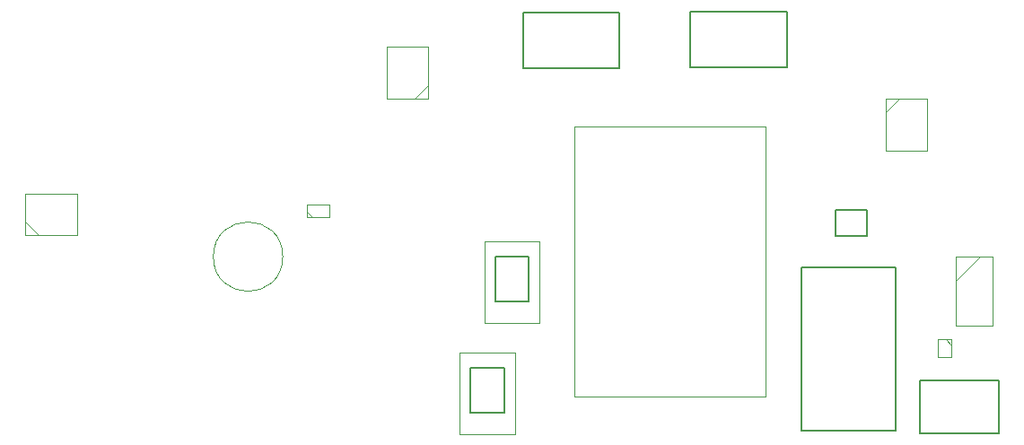
<source format=gbr>
%TF.GenerationSoftware,Altium Limited,Altium Designer,21.7.2 (23)*%
G04 Layer_Color=16711935*
%FSLAX25Y25*%
%MOIN*%
%TF.SameCoordinates,95A22525-32A0-4EEE-A0C0-36F8BD1EB9D1*%
%TF.FilePolarity,Positive*%
%TF.FileFunction,Other,Mechanical_13*%
%TF.Part,Single*%
G01*
G75*
%TA.AperFunction,NonConductor*%
%ADD68C,0.00787*%
%ADD69C,0.00394*%
D68*
X242028Y11516D02*
Y28051D01*
X254626D01*
Y11516D02*
Y28051D01*
X242028Y11516D02*
X254626D01*
X251181Y52854D02*
Y69390D01*
X263779D01*
Y52854D02*
Y69390D01*
X251181Y52854D02*
X263779D01*
X399921Y4823D02*
Y65453D01*
X364882Y4823D02*
X399921D01*
X364882D02*
Y65453D01*
X399921D01*
X408858Y23543D02*
X438386D01*
Y3858D02*
Y23543D01*
X408858Y3858D02*
X438386D01*
X408858D02*
Y23543D01*
X377559Y77067D02*
Y86910D01*
Y77067D02*
X389370D01*
Y86910D01*
X377559D02*
X389370D01*
X297342Y139567D02*
Y160039D01*
X261516Y139567D02*
X297342D01*
X261516D02*
Y160039D01*
X297342D01*
X359547Y139961D02*
Y160433D01*
X323721Y139961D02*
X359547D01*
X323721D02*
Y160433D01*
X359547D01*
D69*
X172343Y69488D02*
G03*
X172343Y69488I-12894J0D01*
G01*
X238090Y3642D02*
Y33957D01*
X258563D01*
Y3642D02*
Y33957D01*
X238090Y3642D02*
X258563D01*
X247244Y44980D02*
Y75295D01*
X267717D01*
Y44980D02*
Y75295D01*
X247244Y44980D02*
X267717D01*
X418551Y38780D02*
X420669Y36661D01*
X415551Y38780D02*
X420669D01*
X415551Y32087D02*
Y38780D01*
Y32087D02*
X420669D01*
Y38780D01*
X396260Y123150D02*
X401260Y128150D01*
X396260Y108858D02*
Y128150D01*
Y108858D02*
X411614D01*
Y128150D01*
X396260D02*
X411614D01*
X76575Y82362D02*
X81575Y77362D01*
X76575D02*
X95866D01*
Y92716D01*
X76575D02*
X95866D01*
X76575Y77362D02*
Y92716D01*
X221280Y128150D02*
X226279Y133150D01*
Y128150D02*
Y147441D01*
X210925D02*
X226279D01*
X210925Y128150D02*
Y147441D01*
Y128150D02*
X226279D01*
X181299Y86221D02*
X183268Y84252D01*
X181299D02*
X189567D01*
Y88976D01*
X181299D02*
X189567D01*
X181299Y84252D02*
Y88976D01*
X280709Y117913D02*
X351575D01*
Y17520D02*
Y117913D01*
X280709Y17520D02*
X351575D01*
X280709D02*
Y117913D01*
X422236Y60480D02*
X431252Y69496D01*
X422236Y43890D02*
Y69496D01*
Y43890D02*
X436031D01*
Y69496D01*
X422236D02*
X436031D01*
%TF.MD5,5dd690b6fccecbf5c390d60bf240e682*%
M02*

</source>
